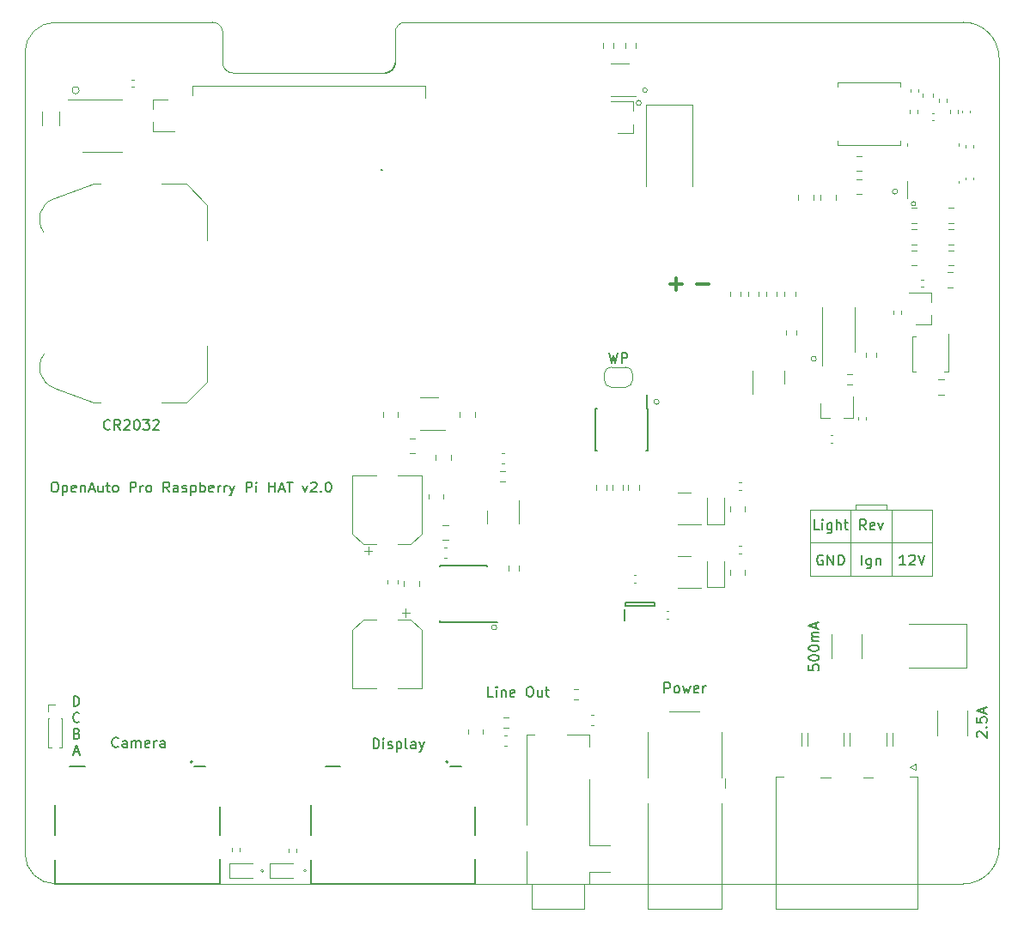
<source format=gbr>
G04 #@! TF.GenerationSoftware,KiCad,Pcbnew,(5.99.0-11120-g1d6ad4a52a)*
G04 #@! TF.CreationDate,2021-08-25T17:06:27+02:00*
G04 #@! TF.ProjectId,CarPiPowerHat,43617250-6950-46f7-9765-724861742e6b,0.2*
G04 #@! TF.SameCoordinates,Original*
G04 #@! TF.FileFunction,Legend,Top*
G04 #@! TF.FilePolarity,Positive*
%FSLAX46Y46*%
G04 Gerber Fmt 4.6, Leading zero omitted, Abs format (unit mm)*
G04 Created by KiCad (PCBNEW (5.99.0-11120-g1d6ad4a52a)) date 2021-08-25 17:06:27*
%MOMM*%
%LPD*%
G01*
G04 APERTURE LIST*
%ADD10C,0.300000*%
%ADD11C,0.120000*%
G04 #@! TA.AperFunction,Profile*
%ADD12C,0.100000*%
G04 #@! TD*
G04 #@! TA.AperFunction,Profile*
%ADD13C,0.150000*%
G04 #@! TD*
%ADD14C,0.150000*%
%ADD15C,0.200000*%
%ADD16C,0.127000*%
%ADD17C,0.100000*%
G04 APERTURE END LIST*
D10*
X144228606Y-57307132D02*
X145371463Y-57307132D01*
X141628606Y-57307132D02*
X142771463Y-57307132D01*
X142200035Y-57878561D02*
X142200035Y-56735704D01*
D11*
X165800036Y-49399990D02*
G75*
G03*
X165800036Y-49399990I-223607J0D01*
G01*
X139323642Y-38199990D02*
G75*
G03*
X139323642Y-38199990I-223607J0D01*
G01*
X164000000Y-48200000D02*
G75*
G03*
X164000000Y-48200000I-250000J0D01*
G01*
X159400628Y-79600658D02*
X159400628Y-86100658D01*
X162900628Y-79100658D02*
X162900628Y-79600658D01*
X155400628Y-82850658D02*
X167400628Y-82850658D01*
X163400628Y-79600658D02*
X163400628Y-86100658D01*
X138750000Y-39450000D02*
G75*
G03*
X138750000Y-39450000I-250000J0D01*
G01*
X159900628Y-79100658D02*
X162900628Y-79100658D01*
X159900628Y-79600658D02*
X159900628Y-79100658D01*
X140500000Y-68950000D02*
G75*
G03*
X140500000Y-68950000I-250000J0D01*
G01*
X124500000Y-91200000D02*
G75*
G03*
X124500000Y-91200000I-250000J0D01*
G01*
X155400628Y-79600658D02*
X167400628Y-79600658D01*
X167400628Y-79600658D02*
X167400628Y-86100658D01*
X167400628Y-86100658D02*
X155400628Y-86100658D01*
X155400628Y-86100658D02*
X155400628Y-79600658D01*
X105741456Y-115199990D02*
G75*
G03*
X105741456Y-115199990I-141421J0D01*
G01*
X83353553Y-38200000D02*
G75*
G03*
X83353553Y-38200000I-353553J0D01*
G01*
X101541456Y-115199990D02*
G75*
G03*
X101541456Y-115199990I-141421J0D01*
G01*
X156000000Y-64700000D02*
G75*
G03*
X156000000Y-64700000I-250000J0D01*
G01*
D12*
X81000000Y-116500000D02*
X170500000Y-116500000D01*
X98499997Y-36500003D02*
G75*
G02*
X97500000Y-35500000I3J1000000D01*
G01*
X97500000Y-35500000D02*
X97500000Y-32500000D01*
X96500003Y-31499997D02*
G75*
G02*
X97500000Y-32500000I-3J-1000000D01*
G01*
X113500000Y-36500000D02*
X98500000Y-36500000D01*
X81000000Y-116500000D02*
G75*
G02*
X78005236Y-113500005I5236J2999995D01*
G01*
X78000000Y-34500000D02*
X78005236Y-113500005D01*
X115499997Y-31500003D02*
G75*
G03*
X114500000Y-32500000I0J-999997D01*
G01*
X96500000Y-31500000D02*
X81000000Y-31500000D01*
X173999998Y-34999998D02*
G75*
G03*
X170500000Y-31500000I-3499998J0D01*
G01*
X114500000Y-32500000D02*
X114500000Y-35500000D01*
X170500000Y-31500000D02*
X115500000Y-31500000D01*
X174000000Y-35000000D02*
X174000000Y-113000000D01*
X174000002Y-113000002D02*
G75*
G02*
X170500000Y-116500000I-3500000J2D01*
G01*
D13*
X113500000Y-36500000D02*
G75*
G03*
X114500000Y-35500000I0J1000000D01*
G01*
D12*
X78000000Y-34500000D02*
G75*
G02*
X81000000Y-31500000I3000000J0D01*
G01*
D14*
X156638723Y-84100658D02*
X156543485Y-84053038D01*
X156400628Y-84053038D01*
X156257770Y-84100658D01*
X156162532Y-84195896D01*
X156114913Y-84291134D01*
X156067294Y-84481610D01*
X156067294Y-84624467D01*
X156114913Y-84814943D01*
X156162532Y-84910181D01*
X156257770Y-85005419D01*
X156400628Y-85053038D01*
X156495866Y-85053038D01*
X156638723Y-85005419D01*
X156686342Y-84957800D01*
X156686342Y-84624467D01*
X156495866Y-84624467D01*
X157114913Y-85053038D02*
X157114913Y-84053038D01*
X157686342Y-85053038D01*
X157686342Y-84053038D01*
X158162532Y-85053038D02*
X158162532Y-84053038D01*
X158400628Y-84053038D01*
X158543485Y-84100658D01*
X158638723Y-84195896D01*
X158686342Y-84291134D01*
X158733961Y-84481610D01*
X158733961Y-84624467D01*
X158686342Y-84814943D01*
X158638723Y-84910181D01*
X158543485Y-85005419D01*
X158400628Y-85053038D01*
X158162532Y-85053038D01*
X135571428Y-64102380D02*
X135809523Y-65102380D01*
X136000000Y-64388095D01*
X136190476Y-65102380D01*
X136428571Y-64102380D01*
X136809523Y-65102380D02*
X136809523Y-64102380D01*
X137190476Y-64102380D01*
X137285714Y-64150000D01*
X137333333Y-64197619D01*
X137380952Y-64292857D01*
X137380952Y-64435714D01*
X137333333Y-64530952D01*
X137285714Y-64578571D01*
X137190476Y-64626190D01*
X136809523Y-64626190D01*
X160495866Y-85053038D02*
X160495866Y-84053038D01*
X161400628Y-84386372D02*
X161400628Y-85195896D01*
X161353008Y-85291134D01*
X161305389Y-85338753D01*
X161210151Y-85386372D01*
X161067294Y-85386372D01*
X160972056Y-85338753D01*
X161400628Y-85005419D02*
X161305389Y-85053038D01*
X161114913Y-85053038D01*
X161019675Y-85005419D01*
X160972056Y-84957800D01*
X160924437Y-84862562D01*
X160924437Y-84576848D01*
X160972056Y-84481610D01*
X161019675Y-84433991D01*
X161114913Y-84386372D01*
X161305389Y-84386372D01*
X161400628Y-84433991D01*
X161876818Y-84386372D02*
X161876818Y-85053038D01*
X161876818Y-84481610D02*
X161924437Y-84433991D01*
X162019675Y-84386372D01*
X162162532Y-84386372D01*
X162257770Y-84433991D01*
X162305389Y-84529229D01*
X162305389Y-85053038D01*
X164781580Y-85053038D02*
X164210151Y-85053038D01*
X164495866Y-85053038D02*
X164495866Y-84053038D01*
X164400628Y-84195896D01*
X164305389Y-84291134D01*
X164210151Y-84338753D01*
X165162532Y-84148277D02*
X165210151Y-84100658D01*
X165305389Y-84053038D01*
X165543485Y-84053038D01*
X165638723Y-84100658D01*
X165686342Y-84148277D01*
X165733961Y-84243515D01*
X165733961Y-84338753D01*
X165686342Y-84481610D01*
X165114913Y-85053038D01*
X165733961Y-85053038D01*
X166019675Y-84053038D02*
X166353008Y-85053038D01*
X166686342Y-84053038D01*
D15*
X86404796Y-71607132D02*
X86357177Y-71654751D01*
X86214320Y-71702370D01*
X86119082Y-71702370D01*
X85976225Y-71654751D01*
X85880987Y-71559513D01*
X85833368Y-71464275D01*
X85785749Y-71273799D01*
X85785749Y-71130942D01*
X85833368Y-70940466D01*
X85880987Y-70845228D01*
X85976225Y-70749990D01*
X86119082Y-70702370D01*
X86214320Y-70702370D01*
X86357177Y-70749990D01*
X86404796Y-70797609D01*
X87404796Y-71702370D02*
X87071463Y-71226180D01*
X86833368Y-71702370D02*
X86833368Y-70702370D01*
X87214320Y-70702370D01*
X87309558Y-70749990D01*
X87357177Y-70797609D01*
X87404796Y-70892847D01*
X87404796Y-71035704D01*
X87357177Y-71130942D01*
X87309558Y-71178561D01*
X87214320Y-71226180D01*
X86833368Y-71226180D01*
X87785749Y-70797609D02*
X87833368Y-70749990D01*
X87928606Y-70702370D01*
X88166701Y-70702370D01*
X88261939Y-70749990D01*
X88309558Y-70797609D01*
X88357177Y-70892847D01*
X88357177Y-70988085D01*
X88309558Y-71130942D01*
X87738130Y-71702370D01*
X88357177Y-71702370D01*
X88976225Y-70702370D02*
X89071463Y-70702370D01*
X89166701Y-70749990D01*
X89214320Y-70797609D01*
X89261939Y-70892847D01*
X89309558Y-71083323D01*
X89309558Y-71321418D01*
X89261939Y-71511894D01*
X89214320Y-71607132D01*
X89166701Y-71654751D01*
X89071463Y-71702370D01*
X88976225Y-71702370D01*
X88880987Y-71654751D01*
X88833368Y-71607132D01*
X88785749Y-71511894D01*
X88738130Y-71321418D01*
X88738130Y-71083323D01*
X88785749Y-70892847D01*
X88833368Y-70797609D01*
X88880987Y-70749990D01*
X88976225Y-70702370D01*
X89642892Y-70702370D02*
X90261939Y-70702370D01*
X89928606Y-71083323D01*
X90071463Y-71083323D01*
X90166701Y-71130942D01*
X90214320Y-71178561D01*
X90261939Y-71273799D01*
X90261939Y-71511894D01*
X90214320Y-71607132D01*
X90166701Y-71654751D01*
X90071463Y-71702370D01*
X89785749Y-71702370D01*
X89690511Y-71654751D01*
X89642892Y-71607132D01*
X90642892Y-70797609D02*
X90690511Y-70749990D01*
X90785749Y-70702370D01*
X91023844Y-70702370D01*
X91119082Y-70749990D01*
X91166701Y-70797609D01*
X91214320Y-70892847D01*
X91214320Y-70988085D01*
X91166701Y-71130942D01*
X90595273Y-71702370D01*
X91214320Y-71702370D01*
D14*
X156281580Y-81553038D02*
X155805389Y-81553038D01*
X155805389Y-80553038D01*
X156614913Y-81553038D02*
X156614913Y-80886372D01*
X156614913Y-80553038D02*
X156567294Y-80600658D01*
X156614913Y-80648277D01*
X156662532Y-80600658D01*
X156614913Y-80553038D01*
X156614913Y-80648277D01*
X157519675Y-80886372D02*
X157519675Y-81695896D01*
X157472056Y-81791134D01*
X157424437Y-81838753D01*
X157329199Y-81886372D01*
X157186342Y-81886372D01*
X157091104Y-81838753D01*
X157519675Y-81505419D02*
X157424437Y-81553038D01*
X157233961Y-81553038D01*
X157138723Y-81505419D01*
X157091104Y-81457800D01*
X157043485Y-81362562D01*
X157043485Y-81076848D01*
X157091104Y-80981610D01*
X157138723Y-80933991D01*
X157233961Y-80886372D01*
X157424437Y-80886372D01*
X157519675Y-80933991D01*
X157995866Y-81553038D02*
X157995866Y-80553038D01*
X158424437Y-81553038D02*
X158424437Y-81029229D01*
X158376818Y-80933991D01*
X158281580Y-80886372D01*
X158138723Y-80886372D01*
X158043485Y-80933991D01*
X157995866Y-80981610D01*
X158757770Y-80886372D02*
X159138723Y-80886372D01*
X158900628Y-80553038D02*
X158900628Y-81410181D01*
X158948247Y-81505419D01*
X159043485Y-81553038D01*
X159138723Y-81553038D01*
X155252415Y-94909513D02*
X155252415Y-95385704D01*
X155728606Y-95433323D01*
X155680987Y-95385704D01*
X155633368Y-95290466D01*
X155633368Y-95052370D01*
X155680987Y-94957132D01*
X155728606Y-94909513D01*
X155823844Y-94861894D01*
X156061939Y-94861894D01*
X156157177Y-94909513D01*
X156204796Y-94957132D01*
X156252415Y-95052370D01*
X156252415Y-95290466D01*
X156204796Y-95385704D01*
X156157177Y-95433323D01*
X155252415Y-94242847D02*
X155252415Y-94147609D01*
X155300035Y-94052370D01*
X155347654Y-94004751D01*
X155442892Y-93957132D01*
X155633368Y-93909513D01*
X155871463Y-93909513D01*
X156061939Y-93957132D01*
X156157177Y-94004751D01*
X156204796Y-94052370D01*
X156252415Y-94147609D01*
X156252415Y-94242847D01*
X156204796Y-94338085D01*
X156157177Y-94385704D01*
X156061939Y-94433323D01*
X155871463Y-94480942D01*
X155633368Y-94480942D01*
X155442892Y-94433323D01*
X155347654Y-94385704D01*
X155300035Y-94338085D01*
X155252415Y-94242847D01*
X155252415Y-93290466D02*
X155252415Y-93195228D01*
X155300035Y-93099990D01*
X155347654Y-93052370D01*
X155442892Y-93004751D01*
X155633368Y-92957132D01*
X155871463Y-92957132D01*
X156061939Y-93004751D01*
X156157177Y-93052370D01*
X156204796Y-93099990D01*
X156252415Y-93195228D01*
X156252415Y-93290466D01*
X156204796Y-93385704D01*
X156157177Y-93433323D01*
X156061939Y-93480942D01*
X155871463Y-93528561D01*
X155633368Y-93528561D01*
X155442892Y-93480942D01*
X155347654Y-93433323D01*
X155300035Y-93385704D01*
X155252415Y-93290466D01*
X156252415Y-92528561D02*
X155585749Y-92528561D01*
X155680987Y-92528561D02*
X155633368Y-92480942D01*
X155585749Y-92385704D01*
X155585749Y-92242847D01*
X155633368Y-92147609D01*
X155728606Y-92099990D01*
X156252415Y-92099990D01*
X155728606Y-92099990D02*
X155633368Y-92052370D01*
X155585749Y-91957132D01*
X155585749Y-91814275D01*
X155633368Y-91719037D01*
X155728606Y-91671418D01*
X156252415Y-91671418D01*
X155966701Y-91242847D02*
X155966701Y-90766656D01*
X156252415Y-91338085D02*
X155252415Y-91004751D01*
X156252415Y-90671418D01*
X124147654Y-98052370D02*
X123671463Y-98052370D01*
X123671463Y-97052370D01*
X124480987Y-98052370D02*
X124480987Y-97385704D01*
X124480987Y-97052370D02*
X124433368Y-97099990D01*
X124480987Y-97147609D01*
X124528606Y-97099990D01*
X124480987Y-97052370D01*
X124480987Y-97147609D01*
X124957177Y-97385704D02*
X124957177Y-98052370D01*
X124957177Y-97480942D02*
X125004796Y-97433323D01*
X125100035Y-97385704D01*
X125242892Y-97385704D01*
X125338130Y-97433323D01*
X125385749Y-97528561D01*
X125385749Y-98052370D01*
X126242892Y-98004751D02*
X126147654Y-98052370D01*
X125957177Y-98052370D01*
X125861939Y-98004751D01*
X125814320Y-97909513D01*
X125814320Y-97528561D01*
X125861939Y-97433323D01*
X125957177Y-97385704D01*
X126147654Y-97385704D01*
X126242892Y-97433323D01*
X126290511Y-97528561D01*
X126290511Y-97623799D01*
X125814320Y-97719037D01*
X127671463Y-97052370D02*
X127861939Y-97052370D01*
X127957177Y-97099990D01*
X128052415Y-97195228D01*
X128100035Y-97385704D01*
X128100035Y-97719037D01*
X128052415Y-97909513D01*
X127957177Y-98004751D01*
X127861939Y-98052370D01*
X127671463Y-98052370D01*
X127576225Y-98004751D01*
X127480987Y-97909513D01*
X127433368Y-97719037D01*
X127433368Y-97385704D01*
X127480987Y-97195228D01*
X127576225Y-97099990D01*
X127671463Y-97052370D01*
X128957177Y-97385704D02*
X128957177Y-98052370D01*
X128528606Y-97385704D02*
X128528606Y-97909513D01*
X128576225Y-98004751D01*
X128671463Y-98052370D01*
X128814320Y-98052370D01*
X128909558Y-98004751D01*
X128957177Y-97957132D01*
X129290511Y-97385704D02*
X129671463Y-97385704D01*
X129433368Y-97052370D02*
X129433368Y-97909513D01*
X129480987Y-98004751D01*
X129576225Y-98052370D01*
X129671463Y-98052370D01*
X141023844Y-97652370D02*
X141023844Y-96652370D01*
X141404796Y-96652370D01*
X141500035Y-96699990D01*
X141547654Y-96747609D01*
X141595273Y-96842847D01*
X141595273Y-96985704D01*
X141547654Y-97080942D01*
X141500035Y-97128561D01*
X141404796Y-97176180D01*
X141023844Y-97176180D01*
X142166701Y-97652370D02*
X142071463Y-97604751D01*
X142023844Y-97557132D01*
X141976225Y-97461894D01*
X141976225Y-97176180D01*
X142023844Y-97080942D01*
X142071463Y-97033323D01*
X142166701Y-96985704D01*
X142309558Y-96985704D01*
X142404796Y-97033323D01*
X142452415Y-97080942D01*
X142500035Y-97176180D01*
X142500035Y-97461894D01*
X142452415Y-97557132D01*
X142404796Y-97604751D01*
X142309558Y-97652370D01*
X142166701Y-97652370D01*
X142833368Y-96985704D02*
X143023844Y-97652370D01*
X143214320Y-97176180D01*
X143404796Y-97652370D01*
X143595273Y-96985704D01*
X144357177Y-97604751D02*
X144261939Y-97652370D01*
X144071463Y-97652370D01*
X143976225Y-97604751D01*
X143928606Y-97509513D01*
X143928606Y-97128561D01*
X143976225Y-97033323D01*
X144071463Y-96985704D01*
X144261939Y-96985704D01*
X144357177Y-97033323D01*
X144404796Y-97128561D01*
X144404796Y-97223799D01*
X143928606Y-97319037D01*
X144833368Y-97652370D02*
X144833368Y-96985704D01*
X144833368Y-97176180D02*
X144880987Y-97080942D01*
X144928606Y-97033323D01*
X145023844Y-96985704D01*
X145119082Y-96985704D01*
D15*
X82798095Y-98967380D02*
X82798095Y-97967380D01*
X83036190Y-97967380D01*
X83179047Y-98015000D01*
X83274285Y-98110238D01*
X83321904Y-98205476D01*
X83369523Y-98395952D01*
X83369523Y-98538809D01*
X83321904Y-98729285D01*
X83274285Y-98824523D01*
X83179047Y-98919761D01*
X83036190Y-98967380D01*
X82798095Y-98967380D01*
X83369523Y-100482142D02*
X83321904Y-100529761D01*
X83179047Y-100577380D01*
X83083809Y-100577380D01*
X82940952Y-100529761D01*
X82845714Y-100434523D01*
X82798095Y-100339285D01*
X82750476Y-100148809D01*
X82750476Y-100005952D01*
X82798095Y-99815476D01*
X82845714Y-99720238D01*
X82940952Y-99625000D01*
X83083809Y-99577380D01*
X83179047Y-99577380D01*
X83321904Y-99625000D01*
X83369523Y-99672619D01*
X83131428Y-101663571D02*
X83274285Y-101711190D01*
X83321904Y-101758809D01*
X83369523Y-101854047D01*
X83369523Y-101996904D01*
X83321904Y-102092142D01*
X83274285Y-102139761D01*
X83179047Y-102187380D01*
X82798095Y-102187380D01*
X82798095Y-101187380D01*
X83131428Y-101187380D01*
X83226666Y-101235000D01*
X83274285Y-101282619D01*
X83321904Y-101377857D01*
X83321904Y-101473095D01*
X83274285Y-101568333D01*
X83226666Y-101615952D01*
X83131428Y-101663571D01*
X82798095Y-101663571D01*
X82821904Y-103511666D02*
X83298095Y-103511666D01*
X82726666Y-103797380D02*
X83060000Y-102797380D01*
X83393333Y-103797380D01*
D14*
X112347654Y-103152380D02*
X112347654Y-102152380D01*
X112585749Y-102152380D01*
X112728606Y-102200000D01*
X112823844Y-102295238D01*
X112871463Y-102390476D01*
X112919082Y-102580952D01*
X112919082Y-102723809D01*
X112871463Y-102914285D01*
X112823844Y-103009523D01*
X112728606Y-103104761D01*
X112585749Y-103152380D01*
X112347654Y-103152380D01*
X113347654Y-103152380D02*
X113347654Y-102485714D01*
X113347654Y-102152380D02*
X113300035Y-102200000D01*
X113347654Y-102247619D01*
X113395273Y-102200000D01*
X113347654Y-102152380D01*
X113347654Y-102247619D01*
X113776225Y-103104761D02*
X113871463Y-103152380D01*
X114061939Y-103152380D01*
X114157177Y-103104761D01*
X114204796Y-103009523D01*
X114204796Y-102961904D01*
X114157177Y-102866666D01*
X114061939Y-102819047D01*
X113919082Y-102819047D01*
X113823844Y-102771428D01*
X113776225Y-102676190D01*
X113776225Y-102628571D01*
X113823844Y-102533333D01*
X113919082Y-102485714D01*
X114061939Y-102485714D01*
X114157177Y-102533333D01*
X114633368Y-102485714D02*
X114633368Y-103485714D01*
X114633368Y-102533333D02*
X114728606Y-102485714D01*
X114919082Y-102485714D01*
X115014320Y-102533333D01*
X115061939Y-102580952D01*
X115109558Y-102676190D01*
X115109558Y-102961904D01*
X115061939Y-103057142D01*
X115014320Y-103104761D01*
X114919082Y-103152380D01*
X114728606Y-103152380D01*
X114633368Y-103104761D01*
X115680987Y-103152380D02*
X115585749Y-103104761D01*
X115538130Y-103009523D01*
X115538130Y-102152380D01*
X116490511Y-103152380D02*
X116490511Y-102628571D01*
X116442892Y-102533333D01*
X116347654Y-102485714D01*
X116157177Y-102485714D01*
X116061939Y-102533333D01*
X116490511Y-103104761D02*
X116395273Y-103152380D01*
X116157177Y-103152380D01*
X116061939Y-103104761D01*
X116014320Y-103009523D01*
X116014320Y-102914285D01*
X116061939Y-102819047D01*
X116157177Y-102771428D01*
X116395273Y-102771428D01*
X116490511Y-102723809D01*
X116871463Y-102485714D02*
X117109558Y-103152380D01*
X117347654Y-102485714D02*
X117109558Y-103152380D01*
X117014320Y-103390476D01*
X116966701Y-103438095D01*
X116871463Y-103485714D01*
X160900628Y-81553038D02*
X160567294Y-81076848D01*
X160329199Y-81553038D02*
X160329199Y-80553038D01*
X160710151Y-80553038D01*
X160805389Y-80600658D01*
X160853008Y-80648277D01*
X160900628Y-80743515D01*
X160900628Y-80886372D01*
X160853008Y-80981610D01*
X160805389Y-81029229D01*
X160710151Y-81076848D01*
X160329199Y-81076848D01*
X161710151Y-81505419D02*
X161614913Y-81553038D01*
X161424437Y-81553038D01*
X161329199Y-81505419D01*
X161281580Y-81410181D01*
X161281580Y-81029229D01*
X161329199Y-80933991D01*
X161424437Y-80886372D01*
X161614913Y-80886372D01*
X161710151Y-80933991D01*
X161757770Y-81029229D01*
X161757770Y-81124467D01*
X161281580Y-81219705D01*
X162091104Y-80886372D02*
X162329199Y-81553038D01*
X162567294Y-80886372D01*
X87200035Y-102957132D02*
X87152415Y-103004751D01*
X87009558Y-103052370D01*
X86914320Y-103052370D01*
X86771463Y-103004751D01*
X86676225Y-102909513D01*
X86628606Y-102814275D01*
X86580987Y-102623799D01*
X86580987Y-102480942D01*
X86628606Y-102290466D01*
X86676225Y-102195228D01*
X86771463Y-102099990D01*
X86914320Y-102052370D01*
X87009558Y-102052370D01*
X87152415Y-102099990D01*
X87200035Y-102147609D01*
X88057177Y-103052370D02*
X88057177Y-102528561D01*
X88009558Y-102433323D01*
X87914320Y-102385704D01*
X87723844Y-102385704D01*
X87628606Y-102433323D01*
X88057177Y-103004751D02*
X87961939Y-103052370D01*
X87723844Y-103052370D01*
X87628606Y-103004751D01*
X87580987Y-102909513D01*
X87580987Y-102814275D01*
X87628606Y-102719037D01*
X87723844Y-102671418D01*
X87961939Y-102671418D01*
X88057177Y-102623799D01*
X88533368Y-103052370D02*
X88533368Y-102385704D01*
X88533368Y-102480942D02*
X88580987Y-102433323D01*
X88676225Y-102385704D01*
X88819082Y-102385704D01*
X88914320Y-102433323D01*
X88961939Y-102528561D01*
X88961939Y-103052370D01*
X88961939Y-102528561D02*
X89009558Y-102433323D01*
X89104796Y-102385704D01*
X89247654Y-102385704D01*
X89342892Y-102433323D01*
X89390511Y-102528561D01*
X89390511Y-103052370D01*
X90247654Y-103004751D02*
X90152415Y-103052370D01*
X89961939Y-103052370D01*
X89866701Y-103004751D01*
X89819082Y-102909513D01*
X89819082Y-102528561D01*
X89866701Y-102433323D01*
X89961939Y-102385704D01*
X90152415Y-102385704D01*
X90247654Y-102433323D01*
X90295273Y-102528561D01*
X90295273Y-102623799D01*
X89819082Y-102719037D01*
X90723844Y-103052370D02*
X90723844Y-102385704D01*
X90723844Y-102576180D02*
X90771463Y-102480942D01*
X90819082Y-102433323D01*
X90914320Y-102385704D01*
X91009558Y-102385704D01*
X91771463Y-103052370D02*
X91771463Y-102528561D01*
X91723844Y-102433323D01*
X91628606Y-102385704D01*
X91438130Y-102385704D01*
X91342892Y-102433323D01*
X91771463Y-103004751D02*
X91676225Y-103052370D01*
X91438130Y-103052370D01*
X91342892Y-103004751D01*
X91295273Y-102909513D01*
X91295273Y-102814275D01*
X91342892Y-102719037D01*
X91438130Y-102671418D01*
X91676225Y-102671418D01*
X91771463Y-102623799D01*
X171897654Y-102028561D02*
X171850035Y-101980942D01*
X171802415Y-101885704D01*
X171802415Y-101647609D01*
X171850035Y-101552370D01*
X171897654Y-101504751D01*
X171992892Y-101457132D01*
X172088130Y-101457132D01*
X172230987Y-101504751D01*
X172802415Y-102076180D01*
X172802415Y-101457132D01*
X172707177Y-101028561D02*
X172754796Y-100980942D01*
X172802415Y-101028561D01*
X172754796Y-101076180D01*
X172707177Y-101028561D01*
X172802415Y-101028561D01*
X171802415Y-100076180D02*
X171802415Y-100552370D01*
X172278606Y-100599990D01*
X172230987Y-100552370D01*
X172183368Y-100457132D01*
X172183368Y-100219037D01*
X172230987Y-100123799D01*
X172278606Y-100076180D01*
X172373844Y-100028561D01*
X172611939Y-100028561D01*
X172707177Y-100076180D01*
X172754796Y-100123799D01*
X172802415Y-100219037D01*
X172802415Y-100457132D01*
X172754796Y-100552370D01*
X172707177Y-100599990D01*
X172516701Y-99647609D02*
X172516701Y-99171418D01*
X172802415Y-99742847D02*
X171802415Y-99409513D01*
X172802415Y-99076180D01*
D15*
X80858606Y-76852370D02*
X81049082Y-76852370D01*
X81144320Y-76899990D01*
X81239558Y-76995228D01*
X81287177Y-77185704D01*
X81287177Y-77519037D01*
X81239558Y-77709513D01*
X81144320Y-77804751D01*
X81049082Y-77852370D01*
X80858606Y-77852370D01*
X80763368Y-77804751D01*
X80668130Y-77709513D01*
X80620511Y-77519037D01*
X80620511Y-77185704D01*
X80668130Y-76995228D01*
X80763368Y-76899990D01*
X80858606Y-76852370D01*
X81715749Y-77185704D02*
X81715749Y-78185704D01*
X81715749Y-77233323D02*
X81810987Y-77185704D01*
X82001463Y-77185704D01*
X82096701Y-77233323D01*
X82144320Y-77280942D01*
X82191939Y-77376180D01*
X82191939Y-77661894D01*
X82144320Y-77757132D01*
X82096701Y-77804751D01*
X82001463Y-77852370D01*
X81810987Y-77852370D01*
X81715749Y-77804751D01*
X83001463Y-77804751D02*
X82906225Y-77852370D01*
X82715749Y-77852370D01*
X82620511Y-77804751D01*
X82572892Y-77709513D01*
X82572892Y-77328561D01*
X82620511Y-77233323D01*
X82715749Y-77185704D01*
X82906225Y-77185704D01*
X83001463Y-77233323D01*
X83049082Y-77328561D01*
X83049082Y-77423799D01*
X82572892Y-77519037D01*
X83477654Y-77185704D02*
X83477654Y-77852370D01*
X83477654Y-77280942D02*
X83525273Y-77233323D01*
X83620511Y-77185704D01*
X83763368Y-77185704D01*
X83858606Y-77233323D01*
X83906225Y-77328561D01*
X83906225Y-77852370D01*
X84334796Y-77566656D02*
X84810987Y-77566656D01*
X84239558Y-77852370D02*
X84572892Y-76852370D01*
X84906225Y-77852370D01*
X85668130Y-77185704D02*
X85668130Y-77852370D01*
X85239558Y-77185704D02*
X85239558Y-77709513D01*
X85287177Y-77804751D01*
X85382415Y-77852370D01*
X85525273Y-77852370D01*
X85620511Y-77804751D01*
X85668130Y-77757132D01*
X86001463Y-77185704D02*
X86382415Y-77185704D01*
X86144320Y-76852370D02*
X86144320Y-77709513D01*
X86191939Y-77804751D01*
X86287177Y-77852370D01*
X86382415Y-77852370D01*
X86858606Y-77852370D02*
X86763368Y-77804751D01*
X86715749Y-77757132D01*
X86668130Y-77661894D01*
X86668130Y-77376180D01*
X86715749Y-77280942D01*
X86763368Y-77233323D01*
X86858606Y-77185704D01*
X87001463Y-77185704D01*
X87096701Y-77233323D01*
X87144320Y-77280942D01*
X87191939Y-77376180D01*
X87191939Y-77661894D01*
X87144320Y-77757132D01*
X87096701Y-77804751D01*
X87001463Y-77852370D01*
X86858606Y-77852370D01*
X88382415Y-77852370D02*
X88382415Y-76852370D01*
X88763368Y-76852370D01*
X88858606Y-76899990D01*
X88906225Y-76947609D01*
X88953844Y-77042847D01*
X88953844Y-77185704D01*
X88906225Y-77280942D01*
X88858606Y-77328561D01*
X88763368Y-77376180D01*
X88382415Y-77376180D01*
X89382415Y-77852370D02*
X89382415Y-77185704D01*
X89382415Y-77376180D02*
X89430035Y-77280942D01*
X89477654Y-77233323D01*
X89572892Y-77185704D01*
X89668130Y-77185704D01*
X90144320Y-77852370D02*
X90049082Y-77804751D01*
X90001463Y-77757132D01*
X89953844Y-77661894D01*
X89953844Y-77376180D01*
X90001463Y-77280942D01*
X90049082Y-77233323D01*
X90144320Y-77185704D01*
X90287177Y-77185704D01*
X90382415Y-77233323D01*
X90430035Y-77280942D01*
X90477654Y-77376180D01*
X90477654Y-77661894D01*
X90430035Y-77757132D01*
X90382415Y-77804751D01*
X90287177Y-77852370D01*
X90144320Y-77852370D01*
X92239558Y-77852370D02*
X91906225Y-77376180D01*
X91668130Y-77852370D02*
X91668130Y-76852370D01*
X92049082Y-76852370D01*
X92144320Y-76899990D01*
X92191939Y-76947609D01*
X92239558Y-77042847D01*
X92239558Y-77185704D01*
X92191939Y-77280942D01*
X92144320Y-77328561D01*
X92049082Y-77376180D01*
X91668130Y-77376180D01*
X93096701Y-77852370D02*
X93096701Y-77328561D01*
X93049082Y-77233323D01*
X92953844Y-77185704D01*
X92763368Y-77185704D01*
X92668130Y-77233323D01*
X93096701Y-77804751D02*
X93001463Y-77852370D01*
X92763368Y-77852370D01*
X92668130Y-77804751D01*
X92620511Y-77709513D01*
X92620511Y-77614275D01*
X92668130Y-77519037D01*
X92763368Y-77471418D01*
X93001463Y-77471418D01*
X93096701Y-77423799D01*
X93525273Y-77804751D02*
X93620511Y-77852370D01*
X93810987Y-77852370D01*
X93906225Y-77804751D01*
X93953844Y-77709513D01*
X93953844Y-77661894D01*
X93906225Y-77566656D01*
X93810987Y-77519037D01*
X93668130Y-77519037D01*
X93572892Y-77471418D01*
X93525273Y-77376180D01*
X93525273Y-77328561D01*
X93572892Y-77233323D01*
X93668130Y-77185704D01*
X93810987Y-77185704D01*
X93906225Y-77233323D01*
X94382415Y-77185704D02*
X94382415Y-78185704D01*
X94382415Y-77233323D02*
X94477654Y-77185704D01*
X94668130Y-77185704D01*
X94763368Y-77233323D01*
X94810987Y-77280942D01*
X94858606Y-77376180D01*
X94858606Y-77661894D01*
X94810987Y-77757132D01*
X94763368Y-77804751D01*
X94668130Y-77852370D01*
X94477654Y-77852370D01*
X94382415Y-77804751D01*
X95287177Y-77852370D02*
X95287177Y-76852370D01*
X95287177Y-77233323D02*
X95382415Y-77185704D01*
X95572892Y-77185704D01*
X95668130Y-77233323D01*
X95715749Y-77280942D01*
X95763368Y-77376180D01*
X95763368Y-77661894D01*
X95715749Y-77757132D01*
X95668130Y-77804751D01*
X95572892Y-77852370D01*
X95382415Y-77852370D01*
X95287177Y-77804751D01*
X96572892Y-77804751D02*
X96477654Y-77852370D01*
X96287177Y-77852370D01*
X96191939Y-77804751D01*
X96144320Y-77709513D01*
X96144320Y-77328561D01*
X96191939Y-77233323D01*
X96287177Y-77185704D01*
X96477654Y-77185704D01*
X96572892Y-77233323D01*
X96620511Y-77328561D01*
X96620511Y-77423799D01*
X96144320Y-77519037D01*
X97049082Y-77852370D02*
X97049082Y-77185704D01*
X97049082Y-77376180D02*
X97096701Y-77280942D01*
X97144320Y-77233323D01*
X97239558Y-77185704D01*
X97334796Y-77185704D01*
X97668130Y-77852370D02*
X97668130Y-77185704D01*
X97668130Y-77376180D02*
X97715749Y-77280942D01*
X97763368Y-77233323D01*
X97858606Y-77185704D01*
X97953844Y-77185704D01*
X98191939Y-77185704D02*
X98430035Y-77852370D01*
X98668130Y-77185704D02*
X98430035Y-77852370D01*
X98334796Y-78090466D01*
X98287177Y-78138085D01*
X98191939Y-78185704D01*
X99810987Y-77852370D02*
X99810987Y-76852370D01*
X100191939Y-76852370D01*
X100287177Y-76899990D01*
X100334796Y-76947609D01*
X100382415Y-77042847D01*
X100382415Y-77185704D01*
X100334796Y-77280942D01*
X100287177Y-77328561D01*
X100191939Y-77376180D01*
X99810987Y-77376180D01*
X100810987Y-77852370D02*
X100810987Y-77185704D01*
X100810987Y-76852370D02*
X100763368Y-76899990D01*
X100810987Y-76947609D01*
X100858606Y-76899990D01*
X100810987Y-76852370D01*
X100810987Y-76947609D01*
X102049082Y-77852370D02*
X102049082Y-76852370D01*
X102049082Y-77328561D02*
X102620511Y-77328561D01*
X102620511Y-77852370D02*
X102620511Y-76852370D01*
X103049082Y-77566656D02*
X103525273Y-77566656D01*
X102953844Y-77852370D02*
X103287177Y-76852370D01*
X103620511Y-77852370D01*
X103810987Y-76852370D02*
X104382415Y-76852370D01*
X104096701Y-77852370D02*
X104096701Y-76852370D01*
X105382415Y-77185704D02*
X105620511Y-77852370D01*
X105858606Y-77185704D01*
X106191939Y-76947609D02*
X106239558Y-76899990D01*
X106334796Y-76852370D01*
X106572892Y-76852370D01*
X106668130Y-76899990D01*
X106715749Y-76947609D01*
X106763368Y-77042847D01*
X106763368Y-77138085D01*
X106715749Y-77280942D01*
X106144320Y-77852370D01*
X106763368Y-77852370D01*
X107191939Y-77757132D02*
X107239558Y-77804751D01*
X107191939Y-77852370D01*
X107144320Y-77804751D01*
X107191939Y-77757132D01*
X107191939Y-77852370D01*
X107858606Y-76852370D02*
X107953844Y-76852370D01*
X108049082Y-76899990D01*
X108096701Y-76947609D01*
X108144320Y-77042847D01*
X108191939Y-77233323D01*
X108191939Y-77471418D01*
X108144320Y-77661894D01*
X108096701Y-77757132D01*
X108049082Y-77804751D01*
X107953844Y-77852370D01*
X107858606Y-77852370D01*
X107763368Y-77804751D01*
X107715749Y-77757132D01*
X107668130Y-77661894D01*
X107620511Y-77471418D01*
X107620511Y-77233323D01*
X107668130Y-77042847D01*
X107715749Y-76947609D01*
X107763368Y-76899990D01*
X107858606Y-76852370D01*
D11*
X168880000Y-39381741D02*
X168880000Y-39074459D01*
X168120000Y-39381741D02*
X168120000Y-39074459D01*
X165220035Y-40440641D02*
X165220035Y-40133359D01*
X165980035Y-40440641D02*
X165980035Y-40133359D01*
X135877500Y-77637258D02*
X135877500Y-77162742D01*
X136922500Y-77637258D02*
X136922500Y-77162742D01*
X137909200Y-39308400D02*
X135749200Y-39308400D01*
X137909200Y-42468400D02*
X137909200Y-41538400D01*
X137909200Y-42468400D02*
X136449200Y-42468400D01*
X137909200Y-39308400D02*
X137909200Y-40238400D01*
X135741200Y-38810000D02*
X138191200Y-38810000D01*
X137541200Y-35590000D02*
X135741200Y-35590000D01*
D14*
X139375000Y-73775000D02*
X139230000Y-73775000D01*
X134225000Y-69625000D02*
X134225000Y-73775000D01*
X139325000Y-69625000D02*
X139325000Y-68225000D01*
X139375000Y-69625000D02*
X139325000Y-69625000D01*
X134225000Y-69625000D02*
X134370000Y-69625000D01*
X139375000Y-69625000D02*
X139375000Y-73775000D01*
X134225000Y-73775000D02*
X134370000Y-73775000D01*
D11*
X134277500Y-77637258D02*
X134277500Y-77162742D01*
X135322500Y-77637258D02*
X135322500Y-77162742D01*
X98420035Y-113253631D02*
X98420035Y-112946349D01*
X99180035Y-113253631D02*
X99180035Y-112946349D01*
X127450035Y-101800000D02*
X128200035Y-101800000D01*
X133650035Y-115300000D02*
X135650035Y-115300000D01*
X133650035Y-112700000D02*
X135650035Y-112700000D01*
X133150035Y-116500000D02*
X133150035Y-119000000D01*
X127450035Y-116500000D02*
X127450035Y-113300000D01*
X133650035Y-116500000D02*
X133150035Y-116500000D01*
X131400035Y-101800000D02*
X133650035Y-101800000D01*
X127950035Y-119000000D02*
X127950035Y-116500000D01*
X133650035Y-101800000D02*
X133650035Y-103000000D01*
X133650035Y-106200000D02*
X133650035Y-112700000D01*
X127950035Y-116500000D02*
X127450035Y-116500000D01*
X127450035Y-110700000D02*
X127450035Y-101800000D01*
X133650035Y-115300000D02*
X133650035Y-116500000D01*
X133150035Y-119000000D02*
X127950035Y-119000000D01*
X146950035Y-87249990D02*
X146950035Y-84699990D01*
X145250035Y-87249990D02*
X145250035Y-84699990D01*
X145250035Y-87249990D02*
X146950035Y-87249990D01*
X156590000Y-61800000D02*
X156590000Y-65400000D01*
X159810000Y-61800000D02*
X159810000Y-59600000D01*
X159810000Y-61800000D02*
X159810000Y-64000000D01*
X156590000Y-61800000D02*
X156590000Y-59600000D01*
X113315000Y-70436252D02*
X113315000Y-69913748D01*
X114785000Y-70436252D02*
X114785000Y-69913748D01*
X113690035Y-86840570D02*
X113690035Y-86559410D01*
X114710035Y-86840570D02*
X114710035Y-86559410D01*
X119235000Y-78072936D02*
X119235000Y-78527064D01*
X117765000Y-78072936D02*
X117765000Y-78527064D01*
X80295000Y-103070000D02*
X80595507Y-103070000D01*
X81685000Y-100195000D02*
X81685000Y-103070000D01*
X80295000Y-99510000D02*
X80295000Y-98825000D01*
X80295000Y-100195000D02*
X80381724Y-100195000D01*
X80295000Y-98825000D02*
X80990000Y-98825000D01*
X81384493Y-103070000D02*
X81685000Y-103070000D01*
X81598276Y-100195000D02*
X81685000Y-100195000D01*
X80295000Y-100195000D02*
X80295000Y-103070000D01*
X116045563Y-83010000D02*
X117110000Y-81945563D01*
X117110000Y-76190000D02*
X114760000Y-76190000D01*
X111852500Y-84037500D02*
X111852500Y-83250000D01*
X116045563Y-83010000D02*
X114760000Y-83010000D01*
X110290000Y-76190000D02*
X112640000Y-76190000D01*
X110290000Y-81945563D02*
X110290000Y-76190000D01*
X111458750Y-83643750D02*
X112246250Y-83643750D01*
X111354437Y-83010000D02*
X110290000Y-81945563D01*
X117110000Y-81945563D02*
X117110000Y-76190000D01*
X111354437Y-83010000D02*
X112640000Y-83010000D01*
X166532836Y-57587000D02*
X166317164Y-57587000D01*
X166532836Y-56867000D02*
X166317164Y-56867000D01*
X90595000Y-42285000D02*
X90595000Y-41355000D01*
X90595000Y-42285000D02*
X92755000Y-42285000D01*
X90595000Y-39125000D02*
X92055000Y-39125000D01*
X90595000Y-39125000D02*
X90595000Y-40055000D01*
X81430000Y-40330000D02*
X81430000Y-41680000D01*
X79680000Y-40330000D02*
X79680000Y-41680000D01*
X170724400Y-47035936D02*
X170724400Y-46820264D01*
X171444400Y-47035936D02*
X171444400Y-46820264D01*
D14*
X123525000Y-85125000D02*
X123525000Y-85150000D01*
X118875000Y-85125000D02*
X118875000Y-85150000D01*
X118900000Y-90650000D02*
X118900000Y-90550000D01*
X123525000Y-85125000D02*
X118875000Y-85125000D01*
X124600000Y-90650000D02*
X118900000Y-90650000D01*
D11*
X165926252Y-54032000D02*
X165403748Y-54032000D01*
X165926252Y-55502000D02*
X165403748Y-55502000D01*
X164949400Y-43717516D02*
X164949400Y-43478100D01*
X164949400Y-47138684D02*
X164949400Y-48878100D01*
X170069400Y-43717516D02*
X170069400Y-43478100D01*
X170069400Y-47138684D02*
X170069400Y-47378100D01*
D15*
X140050035Y-88774990D02*
X140050035Y-89074990D01*
X137150035Y-88774990D02*
X140050035Y-88774990D01*
X140050035Y-89074990D02*
X137150035Y-89074990D01*
X137150035Y-89074990D02*
X137150035Y-88774990D01*
X137065035Y-90524990D02*
X137065035Y-89424990D01*
D11*
X169980000Y-40174459D02*
X169980000Y-40481741D01*
X169220000Y-40174459D02*
X169220000Y-40481741D01*
X147515035Y-79238738D02*
X147515035Y-79761242D01*
X148985035Y-79238738D02*
X148985035Y-79761242D01*
X119985000Y-74652064D02*
X119985000Y-74197936D01*
X118515000Y-74652064D02*
X118515000Y-74197936D01*
X168038783Y-66764990D02*
X168561287Y-66764990D01*
X168038783Y-68234990D02*
X168561287Y-68234990D01*
X125540615Y-102860000D02*
X125259455Y-102860000D01*
X125540615Y-101840000D02*
X125259455Y-101840000D01*
X133759455Y-99840000D02*
X134040615Y-99840000D01*
X133759455Y-100860000D02*
X134040615Y-100860000D01*
X115972936Y-74035000D02*
X116427064Y-74035000D01*
X115972936Y-72565000D02*
X116427064Y-72565000D01*
X157412199Y-72239990D02*
X157627871Y-72239990D01*
X157412199Y-72959990D02*
X157627871Y-72959990D01*
X137477500Y-77637258D02*
X137477500Y-77162742D01*
X138522500Y-77637258D02*
X138522500Y-77162742D01*
X167592236Y-40468100D02*
X167376564Y-40468100D01*
X167592236Y-41188100D02*
X167376564Y-41188100D01*
X159062777Y-66177490D02*
X159537293Y-66177490D01*
X159062777Y-67222490D02*
X159537293Y-67222490D01*
X157545035Y-94264990D02*
X157545035Y-91834990D01*
X160455035Y-94264990D02*
X160455035Y-91834990D01*
X164380035Y-59946349D02*
X164380035Y-60253631D01*
X163620035Y-59946349D02*
X163620035Y-60253631D01*
X85655000Y-39145000D02*
X82205000Y-39145000D01*
X85655000Y-44265000D02*
X83705000Y-44265000D01*
X85655000Y-39145000D02*
X87605000Y-39145000D01*
X85655000Y-44265000D02*
X87605000Y-44265000D01*
X124959420Y-74040000D02*
X125240580Y-74040000D01*
X124959420Y-75060000D02*
X125240580Y-75060000D01*
X165926252Y-51932000D02*
X165403748Y-51932000D01*
X165926252Y-53402000D02*
X165403748Y-53402000D01*
X169003748Y-53402000D02*
X169526252Y-53402000D01*
X169003748Y-51932000D02*
X169526252Y-51932000D01*
X95980000Y-53040000D02*
X95980000Y-49540000D01*
X85440000Y-47460000D02*
X84810000Y-47460000D01*
X93900000Y-47460000D02*
X91440000Y-47460000D01*
X95980000Y-49540000D02*
X93900000Y-47460000D01*
X95980000Y-66940000D02*
X93900000Y-69020000D01*
X93900000Y-69020000D02*
X91440000Y-69020000D01*
X85440000Y-69020000D02*
X84810000Y-69020000D01*
X95980000Y-66940000D02*
X95980000Y-63440000D01*
X84810000Y-69020000D02*
X80860000Y-67580000D01*
X84810000Y-47460000D02*
X80860000Y-48900000D01*
X79873470Y-52236646D02*
G75*
G02*
X80860000Y-48900000I1716530J1306646D01*
G01*
X80851831Y-67565244D02*
G75*
G02*
X79890000Y-64240000I738169J2015244D01*
G01*
X157910000Y-48535748D02*
X157910000Y-49058252D01*
X156440000Y-48535748D02*
X156440000Y-49058252D01*
X125677500Y-85587258D02*
X125677500Y-85112742D01*
X126722500Y-85587258D02*
X126722500Y-85112742D01*
X170390000Y-40220264D02*
X170390000Y-40435936D01*
X171110000Y-40220264D02*
X171110000Y-40435936D01*
X143000035Y-84189990D02*
X143650035Y-84189990D01*
X143000035Y-87309990D02*
X142350035Y-87309990D01*
X143000035Y-84189990D02*
X142350035Y-84189990D01*
X143000035Y-87309990D02*
X144675035Y-87309990D01*
X167285000Y-58147000D02*
X165125000Y-58147000D01*
X167285000Y-61307000D02*
X165825000Y-61307000D01*
X167285000Y-58147000D02*
X167285000Y-59077000D01*
X167285000Y-61307000D02*
X167285000Y-60377000D01*
X149690035Y-66499990D02*
X149690035Y-68174990D01*
X152810035Y-66499990D02*
X152810035Y-65849990D01*
X152810035Y-66499990D02*
X152810035Y-67149990D01*
X149690035Y-66499990D02*
X149690035Y-65849990D01*
X104020035Y-113046349D02*
X104020035Y-113353631D01*
X104780035Y-113046349D02*
X104780035Y-113353631D01*
X165455000Y-62457000D02*
X165825000Y-62457000D01*
X165455000Y-62457000D02*
X165455000Y-65997000D01*
X168995000Y-65997000D02*
X168625000Y-65997000D01*
X168995000Y-65997000D02*
X168995000Y-62227000D01*
X165455000Y-65997000D02*
X165825000Y-65997000D01*
X116950000Y-71710000D02*
X119400000Y-71710000D01*
X118750000Y-68490000D02*
X116950000Y-68490000D01*
X169003748Y-51302000D02*
X169526252Y-51302000D01*
X169003748Y-49832000D02*
X169526252Y-49832000D01*
X152977500Y-61887742D02*
X152977500Y-62362258D01*
X154022500Y-61887742D02*
X154022500Y-62362258D01*
X134977535Y-34037248D02*
X134977535Y-33562732D01*
X136022535Y-34037248D02*
X136022535Y-33562732D01*
X153922500Y-58062742D02*
X153922500Y-58537258D01*
X152877500Y-58062742D02*
X152877500Y-58537258D01*
X167510000Y-38559420D02*
X167510000Y-38840580D01*
X166490000Y-38559420D02*
X166490000Y-38840580D01*
X166044400Y-38335936D02*
X166044400Y-38120264D01*
X165324400Y-38335936D02*
X165324400Y-38120264D01*
X161922500Y-64062742D02*
X161922500Y-64537258D01*
X160877500Y-64062742D02*
X160877500Y-64537258D01*
X147515035Y-85488738D02*
X147515035Y-86011242D01*
X148985035Y-85488738D02*
X148985035Y-86011242D01*
D16*
X94700035Y-104949990D02*
X95800035Y-104949990D01*
X97200035Y-114049990D02*
X97200035Y-116499990D01*
X81000035Y-111649990D02*
X81000035Y-108749990D01*
X81000035Y-116499990D02*
X97200035Y-116499990D01*
X97200035Y-108849990D02*
X97200035Y-111649990D01*
X81000035Y-116499990D02*
X81000035Y-114149990D01*
X82400035Y-104949990D02*
X83900035Y-104949990D01*
D15*
X94500035Y-104449990D02*
G75*
G03*
X94500035Y-104449990I-100000J0D01*
G01*
D11*
X143000035Y-77939990D02*
X143650035Y-77939990D01*
X143000035Y-77939990D02*
X142350035Y-77939990D01*
X143000035Y-81059990D02*
X144675035Y-81059990D01*
X143000035Y-81059990D02*
X142350035Y-81059990D01*
X152122500Y-58062742D02*
X152122500Y-58537258D01*
X151077500Y-58062742D02*
X151077500Y-58537258D01*
X159580000Y-70560000D02*
X158650000Y-70560000D01*
X156420000Y-70560000D02*
X156420000Y-69100000D01*
X159580000Y-70560000D02*
X159580000Y-68400000D01*
X156420000Y-70560000D02*
X157350000Y-70560000D01*
X148346394Y-83879990D02*
X148653676Y-83879990D01*
X148346394Y-83119990D02*
X148653676Y-83119990D01*
X88512164Y-37870000D02*
X88727836Y-37870000D01*
X88512164Y-37150000D02*
X88727836Y-37150000D01*
X120865000Y-69913748D02*
X120865000Y-70436252D01*
X122335000Y-69913748D02*
X122335000Y-70436252D01*
X98115035Y-114464990D02*
X98115035Y-115934990D01*
X98115035Y-115934990D02*
X100400035Y-115934990D01*
X100400035Y-114464990D02*
X98115035Y-114464990D01*
X170855035Y-101864990D02*
X170855035Y-99434990D01*
X167945035Y-101864990D02*
X167945035Y-99434990D01*
X164309400Y-43628100D02*
X164309400Y-43178100D01*
X158109400Y-43628100D02*
X158109400Y-43178100D01*
X164309400Y-37428100D02*
X164309400Y-37878100D01*
X158109400Y-37428100D02*
X158109400Y-37878100D01*
X158109400Y-37428100D02*
X164309400Y-37428100D01*
X164309400Y-43628100D02*
X158109400Y-43628100D01*
D16*
X107600035Y-104949990D02*
X109100035Y-104949990D01*
X119900035Y-104949990D02*
X121000035Y-104949990D01*
X122400035Y-114049990D02*
X122400035Y-116499990D01*
X122400035Y-108849990D02*
X122400035Y-111649990D01*
X106200035Y-111649990D02*
X106200035Y-108749990D01*
X106200035Y-116499990D02*
X106200035Y-114149990D01*
X106200035Y-116499990D02*
X122400035Y-116499990D01*
D15*
X119700035Y-104449990D02*
G75*
G03*
X119700035Y-104449990I-100000J0D01*
G01*
D11*
X145250035Y-80999990D02*
X145250035Y-78449990D01*
X145250035Y-80999990D02*
X146950035Y-80999990D01*
X146950035Y-80999990D02*
X146950035Y-78449990D01*
X148522500Y-58537258D02*
X148522500Y-58062742D01*
X147477500Y-58537258D02*
X147477500Y-58062742D01*
X116835035Y-87161242D02*
X116835035Y-86638738D01*
X115365035Y-87161242D02*
X115365035Y-86638738D01*
X150322500Y-58062742D02*
X150322500Y-58537258D01*
X149277500Y-58062742D02*
X149277500Y-58537258D01*
X139240000Y-39590000D02*
X139240000Y-47650000D01*
X143760000Y-39590000D02*
X139240000Y-39590000D01*
X143760000Y-47650000D02*
X143760000Y-39590000D01*
X155710000Y-48535748D02*
X155710000Y-49058252D01*
X154240000Y-48535748D02*
X154240000Y-49058252D01*
X168938748Y-56165000D02*
X169461252Y-56165000D01*
X168938748Y-57635000D02*
X169461252Y-57635000D01*
X151990000Y-118984990D02*
X159000000Y-118984990D01*
X158700000Y-102864990D02*
X158700000Y-101584990D01*
X154500000Y-102864990D02*
X154500000Y-101584990D01*
X165200000Y-105964990D02*
X166010000Y-105964990D01*
X165800000Y-104674990D02*
X165800000Y-105274990D01*
X166010000Y-118984990D02*
X159000000Y-118984990D01*
X161590000Y-105974990D02*
X160610000Y-105974990D01*
X165200000Y-104974990D02*
X165800000Y-104674990D01*
X152800000Y-105964990D02*
X151990000Y-105964990D01*
X166010000Y-105964990D02*
X166010000Y-118984990D01*
X159300000Y-102864990D02*
X159300000Y-101584990D01*
X155100000Y-102864990D02*
X155100000Y-101584990D01*
X162900000Y-102864990D02*
X162900000Y-101584990D01*
X157390000Y-105974990D02*
X156410000Y-105974990D01*
X165800000Y-105274990D02*
X165200000Y-104974990D01*
X151990000Y-105964990D02*
X151990000Y-118984990D01*
X163500000Y-102864990D02*
X163500000Y-101584990D01*
X132062777Y-97277490D02*
X132537293Y-97277490D01*
X132062777Y-98322490D02*
X132537293Y-98322490D01*
X170800035Y-95149990D02*
X170800035Y-90849990D01*
X170800035Y-90849990D02*
X165100035Y-90849990D01*
X170800035Y-95149990D02*
X165100035Y-95149990D01*
X119309420Y-83340000D02*
X119590580Y-83340000D01*
X119309420Y-84360000D02*
X119590580Y-84360000D01*
X141242199Y-90309990D02*
X141457871Y-90309990D01*
X141242199Y-89589990D02*
X141457871Y-89589990D01*
X121665035Y-101727054D02*
X121665035Y-101272926D01*
X123135035Y-101727054D02*
X123135035Y-101272926D01*
X138227871Y-86759990D02*
X138012199Y-86759990D01*
X138227871Y-86039990D02*
X138012199Y-86039990D01*
X148346394Y-77629990D02*
X148653676Y-77629990D01*
X148346394Y-76869990D02*
X148653676Y-76869990D01*
X137177535Y-34037248D02*
X137177535Y-33562732D01*
X138222535Y-34037248D02*
X138222535Y-33562732D01*
X165926252Y-49832000D02*
X165403748Y-49832000D01*
X165926252Y-51302000D02*
X165403748Y-51302000D01*
X119188748Y-81115000D02*
X119711252Y-81115000D01*
X119188748Y-82585000D02*
X119711252Y-82585000D01*
X171464400Y-43574459D02*
X171464400Y-43881741D01*
X170704400Y-43574459D02*
X170704400Y-43881741D01*
X115547535Y-89362490D02*
X115547535Y-90149990D01*
X111354472Y-90389990D02*
X112640035Y-90389990D01*
X110290035Y-91454427D02*
X110290035Y-97209990D01*
X117110035Y-97209990D02*
X114760035Y-97209990D01*
X110290035Y-97209990D02*
X112640035Y-97209990D01*
X115941285Y-89756240D02*
X115153785Y-89756240D01*
X111354472Y-90389990D02*
X110290035Y-91454427D01*
X116045598Y-90389990D02*
X117110035Y-91454427D01*
X117110035Y-91454427D02*
X117110035Y-97209990D01*
X116045598Y-90389990D02*
X114760035Y-90389990D01*
X159963748Y-46992000D02*
X160486252Y-46992000D01*
X159963748Y-48462000D02*
X160486252Y-48462000D01*
X123540000Y-80300000D02*
X123540000Y-79650000D01*
X123540000Y-80300000D02*
X123540000Y-80950000D01*
X126660000Y-80300000D02*
X126660000Y-80950000D01*
X126660000Y-80300000D02*
X126660000Y-78625000D01*
X169003748Y-54032000D02*
X169526252Y-54032000D01*
X169003748Y-55502000D02*
X169526252Y-55502000D01*
X125337258Y-75777500D02*
X124862742Y-75777500D01*
X125337258Y-76822500D02*
X124862742Y-76822500D01*
X141500035Y-99489990D02*
X144500035Y-99489990D01*
X146650035Y-118989990D02*
X146650035Y-108539990D01*
X139350035Y-118989990D02*
X146650035Y-118989990D01*
X146650035Y-106039990D02*
X146650035Y-101539990D01*
X147030035Y-107059990D02*
X147030035Y-106059990D01*
X139350035Y-118989990D02*
X139350035Y-108539990D01*
X139350035Y-106039990D02*
X139350035Y-101539990D01*
X160860000Y-70472164D02*
X160860000Y-70687836D01*
X160140000Y-70472164D02*
X160140000Y-70687836D01*
X125162777Y-100077500D02*
X125637293Y-100077500D01*
X125162777Y-101122500D02*
X125637293Y-101122500D01*
X102115035Y-114464990D02*
X102115035Y-115934990D01*
X104400035Y-114464990D02*
X102115035Y-114464990D01*
X102115035Y-115934990D02*
X104400035Y-115934990D01*
X159963748Y-46162000D02*
X160486252Y-46162000D01*
X159963748Y-44692000D02*
X160486252Y-44692000D01*
X137900000Y-66200000D02*
X137900000Y-66800000D01*
X137200000Y-67500000D02*
X135800000Y-67500000D01*
X135800000Y-65500000D02*
X137200000Y-65500000D01*
X135100000Y-66800000D02*
X135100000Y-66200000D01*
X137200000Y-65500000D02*
G75*
G02*
X137900000Y-66200000I0J-700000D01*
G01*
X135800000Y-67500000D02*
G75*
G02*
X135100000Y-66800000I0J700000D01*
G01*
X137900000Y-66800000D02*
G75*
G02*
X137200000Y-67500000I-700000J0D01*
G01*
X135100000Y-66200000D02*
G75*
G02*
X135800000Y-65500000I700000J0D01*
G01*
D17*
X94540000Y-37800000D02*
X94540000Y-37800000D01*
X94540000Y-37800000D02*
X117460000Y-37800000D01*
X117460000Y-37800000D02*
X117460000Y-37800000D01*
X117460000Y-37800000D02*
X117460000Y-37800000D01*
X94540000Y-37800000D02*
X94540000Y-37800000D01*
X117460000Y-38950000D02*
X117460000Y-37800000D01*
X117460000Y-37800000D02*
X94540000Y-37800000D01*
D15*
X113200000Y-46100000D02*
X113200000Y-46100000D01*
D17*
X94540000Y-38700000D02*
X94540000Y-37800000D01*
X94540000Y-37800000D02*
X94540000Y-38700000D01*
D15*
X113100000Y-46100000D02*
X113100000Y-46100000D01*
D17*
X94540000Y-38700000D02*
X94540000Y-38700000D01*
X117460000Y-38950000D02*
X117460000Y-38950000D01*
X117460000Y-37800000D02*
X117460000Y-38950000D01*
D15*
X113200000Y-46100000D02*
X113200000Y-46100000D01*
X113100000Y-46100000D02*
G75*
G02*
X113200000Y-46100000I50000J0D01*
G01*
X113100000Y-46100000D02*
G75*
G02*
X113200000Y-46100000I50000J0D01*
G01*
X113200000Y-46100000D02*
G75*
G02*
X113100000Y-46100000I-50000J0D01*
G01*
M02*

</source>
